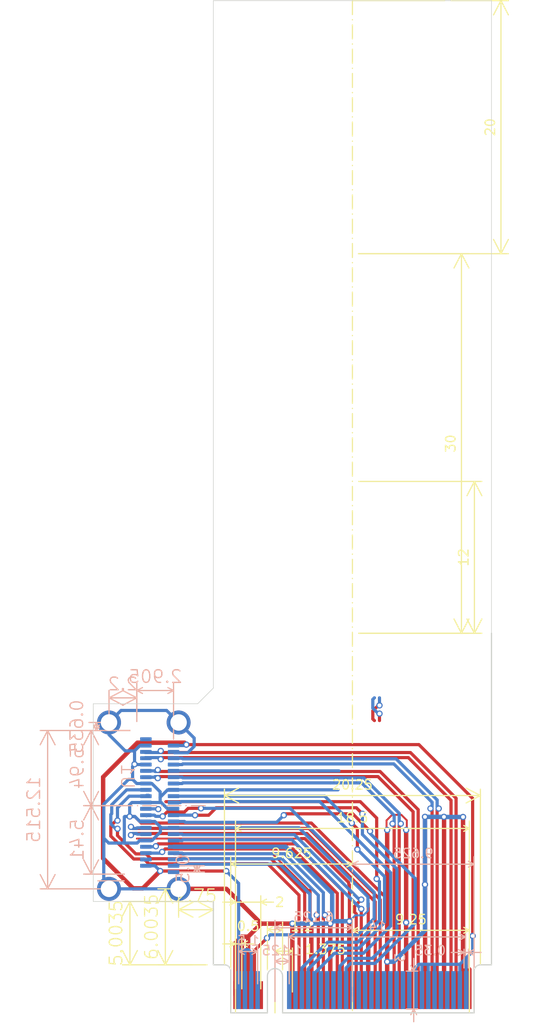
<source format=kicad_pcb>
(kicad_pcb (version 20241229) (generator "pcbnew") (generator_version "9.0")
  (layers (0 "F.Cu" mixed) (2 "B.Cu" mixed) (13 "F.Paste" user) (15 "B.Paste" user) (5 "F.SilkS" user "F.Silkscreen") (7 "B.SilkS" user "B.Silkscreen") (1 "F.Mask" user) (3 "B.Mask" user) (25 "Edge.Cuts" user))
  (net 0 "")
  (net 1 "Net-(U1-2W_SDA)")
  (net 3 "/GND")
  (net 5 "Net-(U1-2W_SCL)")
  (net 6 "/3V3")
  (net 7 "Net-(U1-CPRSNT{slash}CLKREQ)")
  (net 8 "Net-(U1-CWAKE{slash}PEWAKE)")
  (net 9 "Net-(U1-BP_Type{slash}PEDET)")
  (net 10 "/VCKP")
  (net 16 "Net-(U1-PERST)")
  (net 20 "/VCKN")
  (net 24 "/T2N")
  (net 25 "/T0P")
  (net 26 "/T0N")
  (net 27 "/T1P")
  (net 28 "/T3P")
  (net 30 "/T1N")
  (net 32 "/T2P")
  (net 33 "/T3N")
  (net 35 "/R2P")
  (net 36 "/R0N")
  (net 37 "/R0P")
  (net 38 "/R1N")
  (net 39 "/R1P")
  (net 41 "/R3N")
  (net 45 "/R3P")
  (net 46 "/R2N")
  (footprint "Kustom:M.2_M_KEY" (layer "F.Cu") (at 59.91 121.2)
    (property "Reference" "U2" (hide yes))
    (property "Value" "~" (hide yes))
    (fp_line (start -1.75 -2.39646) (end -1.75 -7.4) (stroke (width 0.1)) (layer "Edge.Cuts"))
    (fp_line (start -0.875 -2.39646) (end -1.75 -2.39646) (stroke (width 0.1)) (layer "Edge.Cuts"))
    (fp_line (start -0.375 1.4) (end -0.375 -1.892841) (stroke (width 0.1)) (layer "Edge.Cuts"))
    (fp_line (start 2.525 -1.5) (end 2.525 1.4) (stroke (width 0.1)) (layer "Edge.Cuts"))
    (fp_line (start 2.525 1.4) (end -0.375 1.4) (stroke (width 0.1)) (layer "Edge.Cuts"))
    (fp_line (start 3.725 -1.5) (end 3.725 1.4) (stroke (width 0.1)) (layer "Edge.Cuts"))
    (fp_line (start 18.875 1.4) (end 3.725 1.4) (stroke (width 0.1)) (layer "Edge.Cuts"))
    (fp_line (start 18.875 1.4) (end 18.875 -1.9) (stroke (width 0.1)) (layer "Edge.Cuts"))
    (fp_line (start 19.375 -2.39646) (end 20.25 -2.39646) (stroke (width 0.1)) (layer "Edge.Cuts"))
    (fp_line (start 20.25 -2.39646) (end 20.25 -28.6) (stroke (width 0.1)) (layer "Edge.Cuts"))
    (fp_arc (start -0.875 -2.39646) (mid -0.522696 -2.251263) (end -0.375 -1.9) (stroke (width 0.1)) (layer "Edge.Cuts"))
    (fp_arc (start 2.525 -1.5) (mid 3.125 -2.1) (end 3.725 -1.5) (stroke (width 0.1)) (layer "Edge.Cuts"))
    (fp_arc (start 18.875 -1.9) (mid 19.022696 -2.251263) (end 19.375 -2.39646) (stroke (width 0.1)) (layer "Edge.Cuts"))
  )
  (footprint "Kustom:LDN_2423_17CT0-7H Oculink SFF-8612" (layer "B.Cu") (at 52.82 110.975 90)
    (property "Reference" "U1")
    (property "Value" "~" (hide yes))
  )
  (gr_line (start 58.16 96.93) (end 56.92 98.17) (stroke (width 0.05)) (layer "Edge.Cuts"))
  (gr_line (start 80.16 42.6) (end 58.16 42.6) (stroke (width 0.05)) (layer "Edge.Cuts"))
  (gr_line (start 80.16 92.6) (end 80.16 42.6) (stroke (width 0.05)) (layer "Edge.Cuts"))
  (gr_line (start 58.16 42.6) (end 58.16 96.93) (stroke (width 0.05)) (layer "Edge.Cuts"))
  (gr_line (start 48.66 113.8) (end 48.66 98.17) (stroke (width 0.05)) (layer "Edge.Cuts"))
  (gr_line (start 58.16 113.8) (end 48.66 113.8) (stroke (width 0.05)) (layer "Edge.Cuts"))
  (gr_line (start 56.92 98.17) (end 48.66 98.17) (stroke (width 0.05)) (layer "Edge.Cuts"))
  (dimension (type orthogonal) (layer "F.SilkS") (pts (xy 55.41 112.8) (xy 58.16 118.80354)) (height 1.65) (orientation 0) (format (prefix "") (suffix "") (units 3) (units_format 0) (precision 4) (suppress_zeroes yes)) (style (thickness 0.1) (arrow_length 1.27) (text_position_mode 0) (arrow_direction outward) (extension_height 0.58642) (extension_offset 0.5) (keep_text_aligned yes)) (gr_text "2.75" (at 56.785 113.35 0) (layer "F.SilkS") (effects (font (size 1 1) (thickness 0.1)))))
  (dimension (type orthogonal) (layer "F.SilkS") (pts (xy 55.41 112.8) (xy 56.99 118.80354)) (height -1.05) (orientation 1) (format (prefix "") (suffix "") (units 3) (units_format 0) (precision 4) (suppress_zeroes yes)) (style (thickness 0.1) (arrow_length 1.27) (text_position_mode 0) (arrow_direction outward) (extension_height 0.58642) (extension_offset 0.5) (keep_text_aligned yes)) (gr_text "6.0035" (at 53.26 115.80177 90) (layer "F.SilkS") (effects (font (size 1 1) (thickness 0.1)))))
  (segment (start 71.206123 98.3) (end 70.774 98.732123) (width 0.25) (layer "F.Cu") (net 0))
  (segment (start 71.3 98.3) (end 71.206123 98.3) (width 0.25) (layer "F.Cu") (net 0))
  (segment (start 71.3 99.5) (end 71.3 98.95) (width 0.25) (layer "F.Cu") (net 0))
  (segment (start 70.774 98.732123) (end 70.774 99.375) (width 0.25) (layer "F.Cu") (net 0))
  (segment (start 70.774 99.375) (end 70.9 99.501) (width 0.25) (layer "F.Cu") (net 0))
  (via (at 71.3 98.95) (size 0.5) (drill 0.3) (layers "F.Cu" "B.Cu") (net 0))
  (via (at 71.3 98.3) (size 0.5) (drill 0.3) (layers "F.Cu" "B.Cu") (net 0))
  (segment (start 71.3 98.3) (end 71.3 97.7) (width 0.25) (layer "B.Cu") (net 0))
  (segment (start 71.3 98.3) (end 71.301 98.299) (width 0.25) (layer "B.Cu") (net 0))
  (segment (start 71.3 98.95) (end 71.206123 98.95) (width 0.25) (layer "B.Cu") (net 0))
  (segment (start 70.774 97.826) (end 70.9 97.7) (width 0.25) (layer "B.Cu") (net 0))
  (segment (start 70.774 98.517877) (end 70.774 97.826) (width 0.25) (layer "B.Cu") (net 0))
  (segment (start 71.206123 98.95) (end 70.774 98.517877) (width 0.25) (layer "B.Cu") (net 0))
  (segment (start 69.47 106.39) (end 58.379 106.39) (width 0.25) (layer "F.Cu") (net 1))
  (segment (start 57.789 106.98) (end 56.71 106.98) (width 0.25) (layer "F.Cu") (net 1))
  (segment (start 69.95 106.87) (end 69.47 106.39) (width 0.25) (layer "F.Cu") (net 1))
  (segment (start 58.379 106.39) (end 57.789 106.98) (width 0.25) (layer "F.Cu") (net 1))
  (via (at 56.71 106.98) (size 0.5) (drill 0.3) (layers "F.Cu" "B.Cu") (net 1))
  (via (at 69.95 106.87) (size 0.5) (drill 0.3) (layers "F.Cu" "B.Cu") (net 1))
  (segment (start 72.68 116.35) (end 70.738999 118.291001) (width 0.25) (layer "B.Cu") (net 1))
  (segment (start 56.345 106.975) (end 56.705 106.975) (width 0.25) (layer "B.Cu") (net 1))
  (segment (start 56.705 106.975) (end 56.71 106.98) (width 0.25) (layer "B.Cu") (net 1))
  (segment (start 69.95 106.87) (end 69.95 108.5) (width 0.25) (layer "B.Cu") (net 1))
  (segment (start 72.68 111.23) (end 72.68 116.35) (width 0.25) (layer "B.Cu") (net 1))
  (segment (start 68.781739 118.291001) (end 68.16 118.91274) (width 0.25) (layer "B.Cu") (net 1))
  (segment (start 69.95 108.5) (end 72.68 111.23) (width 0.25) (layer "B.Cu") (net 1))
  (segment (start 70.738999 118.291001) (end 68.781739 118.291001) (width 0.25) (layer "B.Cu") (net 1))
  (segment (start 68.16 118.91274) (end 68.16 120.8) (width 0.25) (layer "B.Cu") (net 1))
  (segment (start 56.345 106.975) (end 55.01 106.975) (width 0.25) (layer "B.Cu") (net 1))
  (segment (start 60.91 116.58) (end 61.94 115.55) (width 0.35) (layer "F.Cu") (net 3))
  (segment (start 55.048 110.068) (end 54.998 110.018) (width 0.15) (layer "F.Cu") (net 3))
  (segment (start 68.87 112.302786) (end 65.393214 108.826) (width 0.25) (layer "F.Cu") (net 3))
  (segment (start 65.09 108.826) (end 52.108598 108.826) (width 0.15) (layer "F.Cu") (net 3))
  (segment (start 74.91 112.47) (end 74.9 112.46) (width 0.35) (layer "F.Cu") (net 3))
  (segment (start 70.41 121.2) (end 70.41 116.247539) (width 0.35) (layer "F.Cu") (net 3))
  (segment (start 65.81 115.43) (end 65.81 113.02) (width 0.25) (layer "F.Cu") (net 3))
  (segment (start 62.861775 110.068) (end 55.048 110.068) (width 0.15) (layer "F.Cu") (net 3))
  (segment (start 78.41 119.17) (end 77.91 118.67) (width 0.35) (layer "F.Cu") (net 3))
  (segment (start 71.91 108.15) (end 71.91 113.27) (width 0.35) (layer "F.Cu") (net 3))
  (segment (start 52.46 107.6) (end 51.94 107.08) (width 0.25) (layer "F.Cu") (net 3))
  (segment (start 65.91 115.55) (end 65.92 115.54) (width 0.35) (layer "F.Cu") (net 3))
  (segment (start 71.58 113.27) (end 65.91 107.6) (width 0.25) (layer "F.Cu") (net 3))
  (segment (start 73.461 108.099) (end 73.41 108.15) (width 0.15) (layer "F.Cu") (net 3))
  (segment (start 59.91 117.08) (end 60.41 116.58) (width 0.35) (layer "F.Cu") (net 3))
  (segment (start 68.92 115.36) (end 68.92 112.48) (width 0.25) (layer "F.Cu") (net 3))
  (segment (start 65.393214 108.826) (end 65.09 108.826) (width 0.25) (layer "F.Cu") (net 3))
  (segment (start 61.94 115.55) (end 64.41 115.55) (width 0.35) (layer "F.Cu") (net 3))
  (segment (start 71.91 118.56) (end 71.91 117.03) (width 0.35) (layer "F.Cu") (net 3))
  (segment (start 74.9 107.11) (end 74.9 112.46) (width 0.35) (layer "F.Cu") (net 3))
  (segment (start 73.41 108.15) (end 73.41 115.46) (width 0.35) (layer "F.Cu") (net 3))
  (segment (start 73.03 106.95) (end 73.461 107.381) (width 0.15) (layer "F.Cu") (net 3))
  (segment (start 65.786 112.996) (end 65.786 112.921513) (width 0.25) (layer "F.Cu") (net 3))
  (segment (start 77.91 121.2) (end 77.91 118.67) (width 0.35) (layer "F.Cu") (net 3))
  (segment (start 73.41 121.2) (end 73.41 115.46) (width 0.35) (layer "F.Cu") (net 3))
  (segment (start 71.91 108.15) (end 71.859 108.099) (width 0.15) (layer "F.Cu") (net 3))
  (segment (start 73.461 107.381) (end 73.461 108.099) (width 0.15) (layer "F.Cu") (net 3))
  (segment (start 65.786 112.921513) (end 65.715288 112.921513) (width 0.15) (layer "F.Cu") (net 3))
  (segment (start 70.41 116.247539) (end 70.41 113.94) (width 0.25) (layer "F.Cu") (net 3))
  (segment (start 78.41 121.2) (end 78.41 119.17) (width 0.35) (layer "F.Cu") (net 3))
  (segment (start 71.91 121.2) (end 71.91 118.56) (width 0.35) (layer "F.Cu") (net 3))
  (segment (start 76.41 107.12) (end 76.4 107.11) (width 0.35) (layer "F.Cu") (net 3))
  (segment (start 77.91 118.67) (end 77.91 107.12) (width 0.35) (layer "F.Cu") (net 3))
  (segment (start 65.91 107.6) (end 52.46 107.6) (width 0.25) (layer "F.Cu") (net 3))
  (segment (start 60.91 121.2) (end 60.91 116.58) (width 0.35) (layer "F.Cu") (net 3))
  (segment (start 60.41 116.58) (end 60.91 116.58) (width 0.35) (layer "F.Cu") (net 3))
  (segment (start 65.91 121.2) (end 65.91 115.55) (width 0.35) (layer "F.Cu") (net 3))
  (segment (start 55.41 112.8) (end 59.19 112.8) (width 0.35) (layer "F.Cu") (net 3))
  (segment (start 68.91 121.2) (end 68.91 115.37) (width 0.35) (layer "F.Cu") (net 3))
  (segment (start 65.81 113.02) (end 65.786 112.996) (width 0.25) (layer "F.Cu") (net 3))
  (segment (start 71.859 107.391) (end 72.3 106.95) (width 0.15) (layer "F.Cu") (net 3))
  (segment (start 71.859 108.099) (end 71.859 107.391) (width 0.15) (layer "F.Cu") (net 3))
  (segment (start 59.19 112.8) (end 61.94 115.55) (width 0.35) (layer "F.Cu") (net 3))
  (segment (start 51.94 107.08) (end 51.54 107.08) (width 0.25) (layer "F.Cu") (net 3))
  (segment (start 76.41 121.2) (end 76.41 107.12) (width 0.35) (layer "F.Cu") (net 3))
  (segment (start 67.41 115.54) (end 67.41 121.2) (width 0.35) (layer "F.Cu") (net 3))
  (segment (start 68.92 112.48) (end 68.87 112.43) (width 0.25) (layer "F.Cu") (net 3))
  (segment (start 71.91 113.27) (end 71.58 113.27) (width 0.25) (layer "F.Cu") (net 3))
  (segment (start 60.41 121.2) (end 60.41 116.58) (width 0.35) (layer "F.Cu") (net 3))
  (segment (start 74.91 121.2) (end 74.91 112.47) (width 0.35) (layer "F.Cu") (net 3))
  (segment (start 65.92 115.54) (end 65.81 115.43) (width 0.25) (layer "F.Cu") (net 3))
  (segment (start 72.3 106.95) (end 73.03 106.95) (width 0.15) (layer "F.Cu") (net 3))
  (segment (start 65.715288 112.921513) (end 62.861775 110.068) (width 0.15) (layer "F.Cu") (net 3))
  (segment (start 64.41 121.2) (end 64.41 115.55) (width 0.35) (layer "F.Cu") (net 3))
  (segment (start 59.91 121.2) (end 59.91 117.08) (width 0.35) (layer "F.Cu") (net 3))
  (segment (start 68.87 112.43) (end 68.87 112.302786) (width 0.25) (layer "F.Cu") (net 3))
  (segment (start 68.91 115.37) (end 68.92 115.36) (width 0.35) (layer "F.Cu") (net 3))
  (segment (start 71.91 113.27) (end 71.91 117.03) (width 0.35) (layer "F.Cu") (net 3))
  (via (at 64.41 115.55) (size 0.5) (drill 0.3) (layers "F.Cu" "B.Cu") (net 3))
  (via (at 68.92 115.36) (size 0.5) (drill 0.3) (layers "F.Cu" "B.Cu") (net 3))
  (via (at 74.9 112.46) (size 0.5) (drill 0.3) (layers "F.Cu" "B.Cu") (net 3))
  (via (at 73.41 108.15) (size 0.5) (drill 0.3) (layers "F.Cu" "B.Cu") (net 3))
  (via (at 76.4 107.11) (size 0.5) (drill 0.3) (layers "F.Cu" "B.Cu") (net 3))
  (via (at 65.92 115.54) (size 0.5) (drill 0.3) (layers "F.Cu" "B.Cu") (net 3))
  (via (at 71.91 118.56) (size 0.5) (drill 0.3) (layers "F.Cu" "B.Cu") (net 3))
  (via (at 51.54 107.08) (size 0.5) (drill 0.3) (layers "F.Cu" "B.Cu") (net 3))
  (via (at 71.91 108.15) (size 0.5) (drill 0.3) (layers "F.Cu" "B.Cu") (net 3))
  (via (at 67.41 115.54) (size 0.5) (drill 0.3) (layers "F.Cu" "B.Cu") (net 3))
  (via (at 73.41 115.46) (size 0.5) (drill 0.3) (layers "F.Cu" "B.Cu") (net 3))
  (via (at 74.9 107.11) (size 0.5) (drill 0.3) (layers "F.Cu" "B.Cu") (net 3))
  (via (at 77.91 107.12) (size 0.5) (drill 0.3) (layers "F.Cu" "B.Cu") (net 3))
  (via (at 51.925 102.95) (size 0.5) (drill 0.3) (layers "F.Cu" "B.Cu") (net 3))
  (segment (start 64.928877 107.975) (end 70.39 113.436123) (width 0.25) (layer "B.Cu") (net 3))
  (segment (start 52.345626 101.475) (end 52.82 101.475) (width 0.25) (layer "B.Cu") (net 3))
  (segment (start 51.51 106.18) (end 51.54 106.21) (width 0.25) (layer "B.Cu") (net 3))
  (segment (start 49.49 108.79) (end 49.88 109.18) (width 0.25) (layer "B.Cu") (net 3))
  (segment (start 72.42 118.56) (end 72.519 118.461) (width 0.35) (layer "B.Cu") (net 3))
  (segment (start 72.52681 118.461) (end 74.811 116.17681) (width 0.35) (layer "B.Cu") (net 3))
  (segment (start 51.77 104.15) (end 51.45 104.15) (width 0.25) (layer "B.Cu") (net 3))
  (segment (start 51.54 107.08) (end 51.950626 107.08) (width 0.25) (layer "B.Cu") (net 3))
  (segment (start 56.64 100.88) (end 55.41 99.65) (width 0.25) (layer "B.Cu") (net 3))
  (segment (start 52.345626 107.475) (end 52.82 107.475) (width 0.25) (layer "B.Cu") (net 3))
  (segment (start 55.01 106.475) (end 54.535626 106.475) (width 0.25) (layer "B.Cu") (net 3))
  (segment (start 55.01 104.975) (end 54.535626 104.975) (width 0.25) (layer "B.Cu") (net 3))
  (segment (start 51.77 104.15) (end 52.095 104.475) (width 0.25) (layer "B.Cu") (net 3))
  (segment (start 70.39 114.533166) (end 70.027166 114.896) (width 0.15) (layer "B.Cu") (net 3))
  (segment (start 54.535626 106.475) (end 54.035626 105.975) (width 0.25) (layer "B.Cu") (net 3))
  (segment (start 51.925 101.895626) (end 51.185626 101.895626) (width 0.25) (layer "B.Cu") (net 3))
  (segment (start 63.88281 109.475) (end 67.561 113.15319) (width 0.35) (layer "B.Cu") (net 3))
  (segment (start 55.01 103.475) (end 68.092937 103.475) (width 0.25) (layer "B.Cu") (net 3))
  (segment (start 65.79 113.22) (end 65.79 115.068877) (width 0.25) (layer "B.Cu") (net 3))
  (segment (start 55.01 109.475) (end 63.88281 109.475) (width 0.35) (layer "B.Cu") (net 3))
  (segment (start 51.950626 107.08) (end 52.345626 107.475) (width 0.25) (layer "B.Cu") (net 3))
  (segment (start 74.811 116.169) (end 74.9 116.08) (width 0.35) (layer "B.Cu") (net 3))
  (segment (start 49.905 112.8) (end 55.41 112.8) (width 0.25) (layer "B.Cu") (net 3))
  (segment (start 53.970313 107.909687) (end 54.035626 107.975) (width 0.25) (layer "B.Cu") (net 3))
  (segment (start 49.49 112.385) (end 49.49 108.79) (width 0.25) (layer "B.Cu") (net 3))
  (segment (start 55.876601 110.906) (end 55.932601 110.85) (width 0.25) (layer "B.Cu") (net 3))
  (segment (start 51.925 102.95) (end 51.925 101.895626) (width 0.25) (layer "B.Cu") (net 3))
  (segment (start 51.925 102.975) (end 51.77 103.13) (width 0.25) (layer "B.Cu") (net 3))
  (segment (start 49.905 100.615) (end 49.905 99.65) (width 0.25) (layer "B.Cu") (net 3))
  (segment (start 65.92 115.198877) (end 65.92 115.54) (width 0.25) (layer "B.Cu") (net 3))
  (segment (start 52.82 104.475) (end 53.294374 104.475) (width 0.25) (layer "B.Cu") (net 3))
  (segment (start 53.294374 104.475) (end 53.95 105.130626) (width 0.25) (layer "B.Cu") (net 3))
  (segment (start 54.035626 105.975) (end 53.95 105.975) (width 0.25) (layer "B.Cu") (net 3))
  (segment (start 51.54 106.21) (end 51.54 107.08) (width 0.25) (layer "B.Cu") (net 3))
  (segment (start 56.136 102.044) (end 56.64 101.54) (width 0.25) (layer "B.Cu") (net 3))
  (segment (start 67.561 113.15319) (end 67.561 115.389) (width 0.35) (layer "B.Cu") (net 3))
  (segment (start 69.384 114.896) (end 68.92 115.36) (width 0.15) (layer "B.Cu") (net 3))
  (segment (start 71.91 118.56) (end 72.42 118.56) (width 0.35) (layer "B.Cu") (net 3))
  (segment (start 55.079 110.906) (end 55.876601 110.906) (width 0.25) (layer "B.Cu") (net 3))
  (segment (start 74.9 116.08) (end 74.9 107.11) (width 0.35) (layer "B.Cu") (net 3))
  (segment (start 53.970313 108.309687) (end 53.970313 107.909687) (width 0.25) (layer "B.Cu") (net 3))
  (segment (start 52.82 107.475) (end 53.535626 107.475) (width 0.25) (layer "B.Cu") (net 3))
  (segment (start 52.82 102.975) (end 51.925 102.975) (width 0.25) (layer "B.Cu") (net 3))
  (segment (start 51.185626 101.895626) (end 49.905 100.615) (width 0.25) (layer "B.Cu") (net 3))
  (segment (start 76.41 107.12) (end 76.4 107.11) (width 0.35) (layer "B.Cu") (net 3))
  (segment (start 77.91 107.12) (end 76.41 107.12) (width 0.35) (layer "B.Cu") (net 3))
  (segment (start 49.88 109.18) (end 51.099442 109.18) (width 0.25) (layer "B.Cu") (net 3))
  (segment (start 49.905 112.8) (end 49.49 112.385) (width 0.25) (layer "B.Cu") (net 3))
  (segment (start 53.95 105.560626) (end 53.95 105.975) (width 0.25) (layer "B.Cu") (net 3))
  (segment (start 55.01 110.975) (end 55.079 110.906) (width 0.25) (layer "B.Cu") (net 3))
  (segment (start 70.39 114.2) (end 70.39 114.533166) (width 0.15) (layer "B.Cu") (net 3))
  (segment (start 63.42 110.85) (end 65.79 113.22) (width 0.25) (layer "B.Cu") (net 3))
  (segment (start 55.01 101.975) (end 55.079 102.044) (width 0.25) (layer "B.Cu") (net 3))
  (segment (start 72.519 118.461) (end 72.52681 118.461) (width 0.35) (layer "B.Cu") (net 3))
  (segment (start 65.92 115.54) (end 67.41 115.54) (width 0.35) (layer "B.Cu") (net 3))
  (segment (start 51.114721 109.164721) (end 51.114721 107.115279) (width 0.25) (layer "B.Cu") (net 3))
  (segment (start 51.925 102.975) (end 51.925 102.95) (width 0.25) (layer "B.Cu") (net 3))
  (segment (start 51.77 103.13) (end 51.77 104.15) (width 0.25) (layer "B.Cu") (net 3))
  (segment (start 51.45 104.15) (end 49.49 106.11) (width 0.25) (layer "B.Cu") (net 3))
  (segment (start 49.905 99.65) (end 50.854999 98.700001) (width 0.25) (layer "B.Cu") (net 3))
  (segment (start 74.811 116.17681) (end 74.811 116.169) (width 0.35) (layer "B.Cu") (net 3))
  (segment (start 51.114721 107.115279) (end 51.15 107.08) (width 0.25) (layer "B.Cu") (net 3))
  (segment (start 74.9 107.11) (end 76.4 107.11) (width 0.35) (layer "B.Cu") (net 3))
  (segment (start 52.82 108.975) (end 53.305 108.975) (width 0.25) (layer "B.Cu") (net 3))
  (segment (start 51.15 107.08) (end 51.54 107.08) (width 0.25) (layer "B.Cu") (net 3))
  (segment (start 52.13 109.18) (end 51.13 109.18) (width 0.25) (layer "B.Cu") (net 3))
  (segment (start 51.13 109.18) (end 51.114721 109.164721) (width 0.25) (layer "B.Cu") (net 3))
  (segment (start 65.91 115.55) (end 65.92 115.54) (width 0.35) (layer "B.Cu") (net 3))
  (segment (start 70.027166 114.896) (end 69.384 114.896) (width 0.15) (layer "B.Cu") (net 3))
  (segment (start 53.305 108.975) (end 53.970313 108.309687) (width 0.25) (layer "B.Cu") (net 3))
  (segment (start 53.95 105.975) (end 52.82 105.975) (width 0.25) (layer "B.Cu") (net 3))
  (segment (start 52.82 105.975) (end 51.715 105.975) (width 0.25) (layer "B.Cu") (net 3))
  (segment (start 53.95 105.130626) (end 53.95 105.560626) (width 0.25) (layer "B.Cu") (net 3))
  (segment (start 67.561 115.389) (end 67.41 115.54) (width 0.35) (layer "B.Cu") (net 3))
  (segment (start 51.925 101.895626) (end 52.345626 101.475) (width 0.25) (layer "B.Cu") (net 3))
  (segment (start 67.59 115.36) (end 67.561 115.389) (width 0.35) (layer "B.Cu") (net 3))
  (segment (start 56.64 101.54) (end 56.64 100.88) (width 0.25) (layer "B.Cu") (net 3))
  (segment (start 55.932601 110.85) (end 63.42 110.85) (width 0.25) (layer "B.Cu") (net 3))
  (segment (start 52.82 108.975) (end 52.335 108.975) (width 0.25) (layer "B.Cu") (net 3))
  (segment (start 70.39 113.436123) (end 70.39 114.2) (width 0.25) (layer "B.Cu") (net 3))
  (segment (start 53.535626 107.475) (end 53.970313 107.909687) (width 0.25) (layer "B.Cu") (net 3))
  (segment (start 52.095 104.475) (end 52.82 104.475) (width 0.25) (layer "B.Cu") (net 3))
  (segment (start 52.335 108.975) (end 52.13 109.18) (width 0.25) (layer "B.Cu") (net 3))
  (segment (start 55.01 107.975) (end 64.928877 107.975) (width 0.25) (layer "B.Cu") (net 3))
  (segment (start 68.92 115.36) (end 67.59 115.36) (width 0.35) (layer "B.Cu") (net 3))
  (segment (start 50.854999 98.700001) (end 54.460001 98.700001) (width 0.25) (layer "B.Cu") (net 3))
  (segment (start 68.02 104.975) (end 55.01 104.975) (width 0.25) (layer "B.Cu") (net 3))
  (segment (start 54.460001 98.700001) (end 55.41 99.65) (width 0.25) (layer "B.Cu") (net 3))
  (segment (start 51.099442 109.18) (end 51.114721 109.164721) (width 0.25) (layer "B.Cu") (net 3))
  (segment (start 54.535626 104.975) (end 53.95 105.560626) (width 0.25) (layer "B.Cu") (net 3))
  (segment (start 49.49 106.11) (end 49.49 108.79) (width 0.25) (layer "B.Cu") (net 3))
  (segment (start 54.035626 107.975) (end 55.01 107.975) (width 0.25) (layer "B.Cu") (net 3))
  (segment (start 65.79 115.068877) (end 65.92 115.198877) (width 0.25) (layer "B.Cu") (net 3))
  (segment (start 64.41 115.55) (end 65.91 115.55) (width 0.35) (layer "B.Cu") (net 3))
  (segment (start 55.079 102.044) (end 56.136 102.044) (width 0.25) (layer "B.Cu") (net 3))
  (segment (start 51.715 105.975) (end 51.51 106.18) (width 0.25) (layer "B.Cu") (net 3))
  (segment (start 63.84 106.87) (end 69.185 106.87) (width 0.25) (layer "F.Cu") (net 5))
  (segment (start 63.73 106.98) (end 63.84 106.87) (width 0.25) (layer "F.Cu") (net 5))
  (segment (start 69.185 106.87) (end 70.555 108.24) (width 0.25) (layer "F.Cu") (net 5))
  (via (at 70.555 108.24) (size 0.5) (drill 0.3) (layers "F.Cu" "B.Cu") (net 5))
  (via (at 63.73 106.98) (size 0.5) (drill 0.3) (layers "F.Cu" "B.Cu") (net 5))
  (segment (start 63.73 106.98) (end 63.17 107.54) (width 0.25) (layer "B.Cu") (net 5))
  (segment (start 74.13 115.51) (end 70.947999 118.692001) (width 0.25) (layer "B.Cu") (net 5))
  (segment (start 68.66 119.05) (end 68.66 120.8) (width 0.25) (layer "B.Cu") (net 5))
  (segment (start 74.13 111.99) (end 74.13 115.51) (width 0.25) (layer "B.Cu") (net 5))
  (segment (start 70.947999 118.692001) (end 69.017999 118.692001) (width 0.25) (layer "B.Cu") (net 5))
  (segment (start 70.555 108.24) (end 70.555 108.415) (width 0.25) (layer "B.Cu") (net 5))
  (segment (start 69.017999 118.692001) (end 68.66 119.05) (width 0.25) (layer "B.Cu") (net 5))
  (segment (start 70.555 108.415) (end 74.13 111.99) (width 0.25) (layer "B.Cu") (net 5))
  (segment (start 55.875 107.475) (end 55.01 107.475) (width 0.25) (layer "B.Cu") (net 5))
  (segment (start 63.17 107.54) (end 55.94 107.54) (width 0.25) (layer "B.Cu") (net 5))
  (segment (start 55.94 107.54) (end 55.875 107.475) (width 0.25) (layer "B.Cu") (net 5))
  (segment (start 53.95 111.39) (end 52.58 112.76) (width 0.35) (layer "F.Cu") (net 6))
  (segment (start 74.42 101.4) (end 56.02 101.4) (width 0.25) (layer "F.Cu") (net 6))
  (segment (start 49.44 110.39) (end 49.44 103.96) (width 0.35) (layer "F.Cu") (net 6))
  (segment (start 51.81 112.76) (end 49.44 110.39) (width 0.35) (layer "F.Cu") (net 6))
  (segment (start 78.67 116.52) (end 78.67 105.65) (width 0.25) (layer "F.Cu") (net 6))
  (segment (start 49.44 103.96) (end 52.15 101.25) (width 0.35) (layer "F.Cu") (net 6))
  (segment (start 59.18 111.39) (end 53.95 111.39) (width 0.25) (layer "F.Cu") (net 6))
  (segment (start 55.87 101.25) (end 56.02 101.4) (width 0.35) (layer "F.Cu") (net 6))
  (segment (start 78.67 105.65) (end 74.42 101.4) (width 0.25) (layer "F.Cu") (net 6))
  (segment (start 52.58 112.76) (end 51.81 112.76) (width 0.35) (layer "F.Cu") (net 6))
  (segment (start 52.15 101.25) (end 55.87 101.25) (width 0.35) (layer "F.Cu") (net 6))
  (via (at 59.18 111.39) (size 0.5) (drill 0.3) (layers "F.Cu" "B.Cu") (net 6))
  (via (at 56.02 101.4) (size 0.5) (drill 0.3) (layers "F.Cu" "B.Cu") (net 6))
  (via (at 53.95 111.39) (size 0.5) (drill 0.3) (layers "F.Cu" "B.Cu") (net 6))
  (via (at 78.67 116.52) (size 0.5) (drill 0.3) (layers "F.Cu" "B.Cu") (net 6))
  (segment (start 60.66 117.61) (end 60.16 117.61) (width 0.25) (layer "B.Cu") (net 6))
  (segment (start 75.16 120.8) (end 75.16 118.76) (width 0.25) (layer "B.Cu") (net 6))
  (segment (start 74.16 119.01) (end 74.16 120.8) (width 0.25) (layer "B.Cu") (net 6))
  (segment (start 75.66 118.76) (end 75.16 118.76) (width 0.25) (layer "B.Cu") (net 6))
  (segment (start 55.945 101.475) (end 56.02 101.4) (width 0.25) (layer "B.Cu") (net 6))
  (segment (start 61.16 120.8) (end 61.16 117.85) (width 0.25) (layer "B.Cu") (net 6))
  (segment (start 55.01 101.475) (end 55.945 101.475) (width 0.25) (layer "B.Cu") (net 6))
  (segment (start 78.16 118.26) (end 78.16 120.8) (width 0.25) (layer "B.Cu") (net 6))
  (segment (start 78.325 118.095) (end 78.16 118.26) (width 0.25) (layer "B.Cu") (net 6))
  (segment (start 60.16 112.37) (end 60.16 117.61) (width 0.25) (layer "B.Cu") (net 6))
  (segment (start 75.66 118.76) (end 75.95 118.76) (width 0.25) (layer "B.Cu") (net 6))
  (segment (start 74.66 120.8) (end 74.66 118.76) (width 0.25) (layer "B.Cu") (net 6))
  (segment (start 60.16 120.8) (end 60.16 117.61) (width 0.25) (layer "B.Cu") (net 6))
  (segment (start 53.535 110.975) (end 52.82 110.975) (width 0.25) (layer "B.Cu") (net 6))
  (segment (start 75.95 118.76) (end 77.66 118.76) (width 0.25) (layer "B.Cu") (net 6))
  (segment (start 75.66 120.8) (end 75.66 118.76) (width 0.25) (layer "B.Cu") (net 6))
  (segment (start 75.16 118.76) (end 74.66 118.76) (width 0.25) (layer "B.Cu") (net 6))
  (segment (start 53.95 111.39) (end 53.535 110.975) (width 0.25) (layer "B.Cu") (net 6))
  (segment (start 78.67 116.52) (end 78.67 117.75) (width 0.25) (layer "B.Cu") (net 6))
  (segment (start 77.66 118.76) (end 78.325 118.095) (width 0.25) (layer "B.Cu") (net 6))
  (segment (start 78.67 117.75) (end 78.325 118.095) (width 0.25) (layer "B.Cu") (net 6))
  (segment (start 59.18 111.39) (end 60.16 112.37) (width 0.25) (layer "B.Cu") (net 6))
  (segment (start 74.41 118.76) (end 74.16 119.01) (width 0.25) (layer "B.Cu") (net 6))
  (segment (start 77.66 120.8) (end 77.66 118.76) (width 0.25) (layer "B.Cu") (net 6))
  (segment (start 60.66 120.8) (end 60.66 117.61) (width 0.25) (layer "B.Cu") (net 6))
  (segment (start 60.92 117.61) (end 60.66 117.61) (width 0.25) (layer "B.Cu") (net 6))
  (segment (start 74.66 118.76) (end 74.41 118.76) (width 0.25) (layer "B.Cu") (net 6))
  (segment (start 61.16 117.85) (end 60.92 117.61) (width 0.25) (layer "B.Cu") (net 6))
  (segment (start 69.551232 108.051232) (end 69.551232 109.681232) (width 0.25) (layer "F.Cu") (net 7))
  (segment (start 69.11 107.61) (end 69.551232 108.051232) (width 0.25) (layer "F.Cu") (net 7))
  (via (at 69.11 107.61) (size 0.5) (drill 0.3) (layers "F.Cu" "B.Cu") (net 7))
  (via (at 69.551232 109.681232) (size 0.5) (drill 0.3) (layers "F.Cu" "B.Cu") (net 7))
  (segment (start 66.975 105.475) (end 55.01 105.475) (width 0.25) (layer "B.Cu") (net 7))
  (segment (start 65.709 119.0681) (end 65.709 119.102371) (width 0.25) (layer "B.Cu") (net 7))
  (segment (start 65.787371 119.024) (end 65.7531 119.024) (width 0.25) (layer "B.Cu") (net 7))
  (segment (start 71.7 115.46) (end 69.670999 117.489001) (width 0.25) (layer "B.Cu") (net 7))
  (segment (start 67.578899 117.489001) (end 67.5779 117.49) (width 0.25) (layer "B.Cu") (net 7))
  (segment (start 65.66 119.151371) (end 65.66 120.8) (width 0.25) (layer "B.Cu") (net 7))
  (segment (start 67.5779 117.49) (end 67.321372 117.49) (width 0.25) (layer "B.Cu") (net 7))
  (segment (start 69.670999 117.489001) (end 67.578899 117.489001) (width 0.25) (layer "B.Cu") (net 7))
  (segment (start 69.11 107.61) (end 66.975 105.475) (width 0.25) (layer "B.Cu") (net 7))
  (segment (start 65.709 119.102371) (end 65.66 119.151371) (width 0.25) (layer "B.Cu") (net 7))
  (segment (start 69.551232 109.681232) (end 71.7 111.83) (width 0.25) (layer "B.Cu") (net 7))
  (segment (start 67.321372 117.49) (end 65.787371 119.024) (width 0.25) (layer "B.Cu") (net 7))
  (segment (start 65.7531 119.024) (end 65.709 119.0681) (width 0.25) (layer "B.Cu") (net 7))
  (segment (start 71.7 111.83) (end 71.7 115.46) (width 0.25) (layer "B.Cu") (net 7))
  (segment (start 69.783823 105.91) (end 71.08 107.206177) (width 0.25) (layer "F.Cu") (net 8))
  (segment (start 71.08 107.206177) (end 71.08 112.01) (width 0.25) (layer "F.Cu") (net 8))
  (segment (start 54.403785 105.91) (end 69.783823 105.91) (width 0.25) (layer "F.Cu") (net 8))
  (via (at 53.8 106.5) (size 0.5) (drill 0.3) (layers "F.Cu" "B.Cu") (net 8))
  (via (at 71.08 112.01) (size 0.5) (drill 0.3) (layers "F.Cu" "B.Cu") (net 8))
  (segment (start 71.08 112.01) (end 71.299 112.229) (width 0.25) (layer "B.Cu") (net 8))
  (segment (start 69.5729 117.02) (end 67.19 117.02) (width 0.25) (layer "B.Cu") (net 8))
  (segment (start 52.82 106.475) (end 53.775 106.475) (width 0.25) (layer "B.Cu") (net 8))
  (segment (start 65.16 119.05) (end 65.16 120.8) (width 0.25) (layer "B.Cu") (net 8))
  (segment (start 71.299 115.2939) (end 69.5729 117.02) (width 0.25) (layer "B.Cu") (net 8))
  (segment (start 71.299 112.229) (end 71.299 115.2939) (width 0.25) (layer "B.Cu") (net 8))
  (segment (start 67.19 117.02) (end 65.16 119.05) (width 0.25) (layer "B.Cu") (net 8))
  (segment (start 53.775 106.475) (end 53.8 106.5) (width 0.25) (layer "B.Cu") (net 8))
  (segment (start 54.15 107.07) (end 54.494 106.726) (width 0.25) (layer "F.Cu") (net 9))
  (segment (start 54.494 106.726) (end 55.877 106.726) (width 0.25) (layer "F.Cu") (net 9))
  (segment (start 55.877 106.726) (end 56.168 106.435) (width 0.25) (layer "F.Cu") (net 9))
  (segment (start 62.4 116.69) (end 61.41 117.68) (width 0.25) (layer "F.Cu") (net 9))
  (segment (start 56.168 106.435) (end 57.18 106.435) (width 0.25) (layer "F.Cu") (net 9))
  (segment (start 61.41 117.68) (end 61.41 121.2) (width 0.25) (layer "F.Cu") (net 9))
  (via (at 57.18 106.435) (size 0.5) (drill 0.3) (layers "F.Cu" "B.Cu") (net 9))
  (via (at 54.15 107.07) (size 0.5) (drill 0.3) (layers "F.Cu" "B.Cu") (net 9))
  (via (at 62.4 116.69) (size 0.5) (drill 0.3) (layers "F.Cu" "B.Cu") (net 9))
  (segment (start 52.82 106.975) (end 53.495 106.975) (width 0.25) (layer "B.Cu") (net 9))
  (segment (start 69.5958 116.43) (end 62.66 116.43) (width 0.25) (layer "B.Cu") (net 9))
  (segment (start 57.18 106.435) (end 64.235 106.435) (width 0.25) (layer "B.Cu") (net 9))
  (segment (start 53.495 106.975) (end 53.59 107.07) (width 0.25) (layer "B.Cu") (net 9))
  (segment (start 70.88 115.1458) (end 69.5958 116.43) (width 0.25) (layer "B.Cu") (net 9))
  (segment (start 52.871 107.026) (end 52.82 106.975) (width 0.25) (layer "B.Cu") (net 9))
  (segment (start 70.88 113.08) (end 70.88 115.1458) (width 0.25) (layer "B.Cu") (net 9))
  (segment (start 62.66 116.43) (end 62.4 116.69) (width 0.25) (layer "B.Cu") (net 9))
  (segment (start 53.59 107.07) (end 54.15 107.07) (width 0.25) (layer "B.Cu") (net 9))
  (segment (start 64.235 106.435) (end 70.88 113.08) (width 0.25) (layer "B.Cu") (net 9))
  (segment (start 53.05 110.82) (end 52.67 110.44) (width 0.25) (layer "F.Cu") (net 10))
  (segment (start 50.47 107.4) (end 50.575 107.4) (width 0.25) (layer "F.Cu") (net 10))
  (segment (start 64.91 121.2) (end 64.91 119.549999) (width 0.25) (layer "F.Cu") (net 10))
  (segment (start 64.935 113.295) (end 62.46 110.82) (width 0.25) (layer "F.Cu") (net 10))
  (segment (start 64.91 119.549999) (end 64.935 119.524999) (width 0.25) (layer "F.Cu") (net 10))
  (segment (start 52.67 110.44) (end 51.86 110.44) (width 0.25) (layer "F.Cu") (net 10))
  (segment (start 62.46 110.82) (end 53.05 110.82) (width 0.25) (layer "F.Cu") (net 10))
  (segment (start 50.049 107.821) (end 50.47 107.4) (width 0.25) (layer "F.Cu") (net 10))
  (segment (start 51.86 110.44) (end 50.049 108.629) (width 0.25) (layer "F.Cu") (net 10))
  (segment (start 50.049 108.629) (end 50.049 107.821) (width 0.25) (layer "F.Cu") (net 10))
  (segment (start 64.935 119.524999) (end 64.935 113.295) (width 0.25) (layer "F.Cu") (net 10))
  (via (at 50.575 107.4) (size 0.5) (drill 0.3) (layers "F.Cu" "B.Cu") (net 10))
  (segment (start 52.889 105.406) (end 53.04 105.406) (width 0.25) (layer "B.Cu") (net 10))
  (segment (start 50.575 106.395) (end 51.495 105.475) (width 0.25) (layer "B.Cu") (net 10))
  (segment (start 50.575 107.4) (end 50.575 106.395) (width 0.25) (layer "B.Cu") (net 10))
  (segment (start 51.495 105.475) (end 52.82 105.475) (width 0.25) (layer "B.Cu") (net 10))
  (segment (start 50.575 107.4) (end 50.576 107.399) (width 0.25) (layer "B.Cu") (net 10))
  (segment (start 52.82 105.475) (end 52.844999 105.450001) (width 0.25) (layer "B.Cu") (net 10))
  (segment (start 52.82 105.475) (end 52.889 105.406) (width 0.25) (layer "B.Cu") (net 10))
  (segment (start 72.18 111.515) (end 72.18 115.740977) (width 0.25) (layer "B.Cu") (net 16))
  (segment (start 72.18 115.740977) (end 70.030976 117.890001) (width 0.25) (layer "B.Cu") (net 16))
  (segment (start 67.744999 117.890001) (end 66.16 119.475) (width 0.25) (layer "B.Cu") (net 16))
  (segment (start 66.565 105.9) (end 72.18 111.515) (width 0.25) (layer "B.Cu") (net 16))
  (segment (start 70.030976 117.890001) (end 67.744999 117.890001) (width 0.25) (layer "B.Cu") (net 16))
  (segment (start 55.626474 105.9) (end 66.565 105.9) (width 0.25) (layer "B.Cu") (net 16))
  (segment (start 55.01 105.975) (end 55.551474 105.975) (width 0.25) (layer "B.Cu") (net 16))
  (segment (start 66.16 119.475) (end 66.16 120.8) (width 0.25) (layer "B.Cu") (net 16))
  (segment (start 55.551474 105.975) (end 55.626474 105.9) (width 0.25) (layer "B.Cu") (net 16))
  (segment (start 52.8361 110.039) (end 52.0261 110.039) (width 0.25) (layer "F.Cu") (net 20))
  (segment (start 65.385 119.524999) (end 65.385 113.087613) (width 0.25) (layer "F.Cu") (net 20))
  (segment (start 65.41 119.549999) (end 65.385 119.524999) (width 0.25) (layer "F.Cu") (net 20))
  (segment (start 65.41 121.2) (end 65.41 119.549999) (width 0.25) (layer "F.Cu") (net 20))
  (segment (start 52.0261 110.039) (end 50.575 108.5879) (width 0.25) (layer "F.Cu") (net 20))
  (segment (start 53.2161 110.419) (end 52.8361 110.039) (width 0.25) (layer "F.Cu") (net 20))
  (segment (start 50.575 108.5879) (end 50.575 108.05) (width 0.25) (layer "F.Cu") (net 20))
  (segment (start 65.385 113.087613) (end 62.716387 110.419) (width 0.25) (layer "F.Cu") (net 20))
  (segment (start 62.716387 110.419) (end 53.2161 110.419) (width 0.25) (layer "F.Cu") (net 20))
  (via (at 50.575 108.05) (size 0.5) (drill 0.3) (layers "F.Cu" "B.Cu") (net 20))
  (segment (start 51.296802 104.975) (end 52.82 104.975) (width 0.25) (layer "B.Cu") (net 20))
  (segment (start 52.82 104.975) (end 52.844999 104.999999) (width 0.25) (layer "B.Cu") (net 20))
  (segment (start 50.049 107.669) (end 50.049 106.926) (width 0.25) (layer "B.Cu") (net 20))
  (segment (start 50.049 106.926) (end 50.12 106.855) (width 0.25) (layer "B.Cu") (net 20))
  (segment (start 50.12 106.151802) (end 51.296802 104.975) (width 0.25) (layer "B.Cu") (net 20))
  (segment (start 50.575 108.05) (end 50.43 108.05) (width 0.25) (layer "B.Cu") (net 20))
  (segment (start 50.12 106.855) (end 50.12 106.151802) (width 0.25) (layer "B.Cu") (net 20))
  (segment (start 50.43 108.05) (end 50.049 107.669) (width 0.25) (layer "B.Cu") (net 20))
  (segment (start 72.91 119.549999) (end 72.86 119.499999) (width 0.25) (layer "F.Cu") (net 24))
  (segment (start 72.86 107.775) (end 72.985 107.65) (width 0.25) (layer "F.Cu") (net 24))
  (segment (start 72.86 119.499999) (end 72.86 107.775) (width 0.25) (layer "F.Cu") (net 24))
  (segment (start 72.91 121.2) (end 72.91 119.549999) (width 0.25) (layer "F.Cu") (net 24))
  (via (at 72.985 107.65) (size 0.5) (drill 0.3) (layers "F.Cu" "B.Cu") (net 24))
  (segment (start 67.615 104.025) (end 55.742501 104.025) (width 0.25) (layer "B.Cu") (net 24))
  (segment (start 72.985 107.65) (end 72.86 107.525) (width 0.25) (layer "B.Cu") (net 24))
  (segment (start 72.86 106.827156) (end 70.057844 104.025) (width 0.25) (layer "B.Cu") (net 24))
  (segment (start 55.742501 104.025) (end 55.692501 103.975) (width 0.25) (layer "B.Cu") (net 24))
  (segment (start 70.057844 104.025) (end 67.615 104.025) (width 0.25) (layer "B.Cu") (net 24))
  (segment (start 55.692501 103.975) (end 55.01 103.975) (width 0.25) (layer "B.Cu") (net 24))
  (segment (start 72.86 107.525) (end 72.86 106.827156) (width 0.25) (layer "B.Cu") (net 24))
  (segment (start 66.41 121.2) (end 66.41 119.549999) (width 0.25) (layer "F.Cu") (net 25))
  (segment (start 66.46 114.995) (end 66.335 114.87) (width 0.25) (layer "F.Cu") (net 25))
  (segment (start 66.41 119.549999) (end 66.46 119.499999) (width 0.25) (layer "F.Cu") (net 25))
  (segment (start 66.46 119.499999) (end 66.46 114.995) (width 0.25) (layer "F.Cu") (net 25))
  (via (at 66.335 114.87) (size 0.5) (drill 0.3) (layers "F.Cu" "B.Cu") (net 25))
  (segment (start 66.46 113.3) (end 63.585 110.425) (width 0.25) (layer "B.Cu") (net 25))
  (segment (start 66.335 114.87) (end 66.46 114.745) (width 0.25) (layer "B.Cu") (net 25))
  (segment (start 55.742501 110.425) (end 55.692501 110.475) (width 0.25) (layer "B.Cu") (net 25))
  (segment (start 66.46 114.745) (end 66.46 113.3) (width 0.25) (layer "B.Cu") (net 25))
  (segment (start 63.585 110.425) (end 55.742501 110.425) (width 0.25) (layer "B.Cu") (net 25))
  (segment (start 55.692501 110.475) (end 55.01 110.475) (width 0.25) (layer "B.Cu") (net 25))
  (segment (start 66.91 121.2) (end 66.91 119.549999) (width 0.25) (layer "F.Cu") (net 26))
  (segment (start 66.91 119.549999) (end 66.86 119.499999) (width 0.25) (layer "F.Cu") (net 26))
  (segment (start 66.86 119.499999) (end 66.86 114.995) (width 0.25) (layer "F.Cu") (net 26))
  (segment (start 66.86 114.995) (end 66.985 114.87) (width 0.25) (layer "F.Cu") (net 26))
  (via (at 66.985 114.87) (size 0.5) (drill 0.3) (layers "F.Cu" "B.Cu") (net 26))
  (segment (start 63.795 110.025) (end 55.742501 110.025) (width 0.25) (layer "B.Cu") (net 26))
  (segment (start 55.742501 110.025) (end 55.692501 109.975) (width 0.25) (layer "B.Cu") (net 26))
  (segment (start 66.86 113.09) (end 63.795 110.025) (width 0.25) (layer "B.Cu") (net 26))
  (segment (start 66.86 114.745) (end 66.86 113.09) (width 0.25) (layer "B.Cu") (net 26))
  (segment (start 55.692501 109.975) (end 55.01 109.975) (width 0.25) (layer "B.Cu") (net 26))
  (segment (start 66.985 114.87) (end 66.86 114.745) (width 0.25) (layer "B.Cu") (net 26))
  (segment (start 69.91 121.2) (end 69.861 121.151) (width 0.25) (layer "F.Cu") (net 27))
  (segment (start 69.91 119.549999) (end 69.86 119.499999) (width 0.25) (layer "F.Cu") (net 27))
  (segment (start 69.86 119.499999) (end 69.86 114.39) (width 0.25) (layer "F.Cu") (net 27))
  (segment (start 69.91 121.2) (end 69.91 119.549999) (width 0.25) (layer "F.Cu") (net 27))
  (via (at 69.86 114.39) (size 0.5) (drill 0.3) (layers "F.Cu" "B.Cu") (net 27))
  (segment (start 55.742501 108.925) (end 64.381123 108.925) (width 0.25) (layer "B.Cu") (net 27))
  (segment (start 55.01 108.975) (end 55.692501 108.975) (width 0.25) (layer "B.Cu") (net 27))
  (segment (start 69.86 114.39) (end 69.846123 114.39) (width 0.25) (layer "B.Cu") (net 27))
  (segment (start 55.692501 108.975) (end 55.742501 108.925) (width 0.25) (layer "B.Cu") (net 27))
  (segment (start 64.381123 108.925) (end 69.846123 114.39) (width 0.25) (layer "B.Cu") (net 27))
  (segment (start 75.46 119.499999) (end 75.46 106.575) (width 0.25) (layer "F.Cu") (net 28))
  (segment (start 75.41 119.549999) (end 75.46 119.499999) (width 0.25) (layer "F.Cu") (net 28))
  (segment (start 75.46 106.575) (end 75.335 106.45) (width 0.25) (layer "F.Cu") (net 28))
  (segment (start 75.41 121.2) (end 75.41 119.549999) (width 0.25) (layer "F.Cu") (net 28))
  (via (at 75.335 106.45) (size 0.5) (drill 0.3) (layers "F.Cu" "B.Cu") (net 28))
  (segment (start 75.46 106.325) (end 75.335 106.45) (width 0.25) (layer "B.Cu") (net 28))
  (segment (start 72.435 102.925) (end 75.46 105.95) (width 0.25) (layer "B.Cu") (net 28))
  (segment (start 55.742501 102.925) (end 72.435 102.925) (width 0.25) (layer "B.Cu") (net 28))
  (segment (start 55.692501 102.975) (end 55.742501 102.925) (width 0.25) (layer "B.Cu") (net 28))
  (segment (start 55.01 102.975) (end 55.692501 102.975) (width 0.25) (layer "B.Cu") (net 28))
  (segment (start 75.46 105.95) (end 75.46 106.325) (width 0.25) (layer "B.Cu") (net 28))
  (segment (start 69.459 119.500999) (end 69.459 114.769) (width 0.25) (layer "F.Cu") (net 30))
  (segment (start 69.41 121.2) (end 69.41 119.549999) (width 0.25) (layer "F.Cu") (net 30))
  (segment (start 69.459 114.769) (end 69.334 114.644) (width 0.25) (layer "F.Cu") (net 30))
  (segment (start 69.41 119.549999) (end 69.459 119.500999) (width 0.25) (layer "F.Cu") (net 30))
  (segment (start 69.334 114.644) (end 69.334 114.172123) (width 0.25) (layer "F.Cu") (net 30))
  (segment (start 69.334 114.172123) (end 69.856123 113.65) (width 0.25) (layer "F.Cu") (net 30))
  (via (at 69.86 113.65) (size 0.5) (drill 0.3) (layers "F.Cu" "B.Cu") (net 30))
  (segment (start 64.579612 108.525) (end 64.580612 108.524) (width 0.25) (layer "B.Cu") (net 30))
  (segment (start 64.580612 108.524) (end 69.706612 113.65) (width 0.25) (layer "B.Cu") (net 30))
  (segment (start 55.742501 108.525) (end 64.579612 108.525) (width 0.25) (layer "B.Cu") (net 30))
  (segment (start 55.01 108.475) (end 55.692501 108.475) (width 0.25) (layer "B.Cu") (net 30))
  (segment (start 69.706612 113.65) (end 69.86 113.65) (width 0.25) (layer "B.Cu") (net 30))
  (segment (start 55.692501 108.475) (end 55.742501 108.525) (width 0.25) (layer "B.Cu") (net 30))
  (segment (start 72.41 121.2) (end 72.41 119.549999) (width 0.25) (layer "F.Cu") (net 32))
  (segment (start 72.41 119.549999) (end 72.46 119.499999) (width 0.25) (layer "F.Cu") (net 32))
  (segment (start 72.46 119.499999) (end 72.46 107.775) (width 0.25) (layer "F.Cu") (net 32))
  (segment (start 72.46 107.775) (end 72.335 107.65) (width 0.25) (layer "F.Cu") (net 32))
  (via (at 72.335 107.65) (size 0.5) (drill 0.3) (layers "F.Cu" "B.Cu") (net 32))
  (segment (start 55.742501 104.425) (end 55.692501 104.475) (width 0.25) (layer "B.Cu") (net 32))
  (segment (start 72.46 107.525) (end 72.46 106.992844) (width 0.25) (layer "B.Cu") (net 32))
  (segment (start 67.425 104.425) (end 55.742501 104.425) (width 0.25) (layer "B.Cu") (net 32))
  (segment (start 72.46 106.992844) (end 69.892156 104.425) (width 0.25) (layer "B.Cu") (net 32))
  (segment (start 55.692501 104.475) (end 55.01 104.475) (width 0.25) (layer "B.Cu") (net 32))
  (segment (start 69.892156 104.425) (end 67.425 104.425) (width 0.25) (layer "B.Cu") (net 32))
  (segment (start 72.335 107.65) (end 72.46 107.525) (width 0.25) (layer "B.Cu") (net 32))
  (segment (start 75.86 106.575) (end 75.985 106.45) (width 0.25) (layer "F.Cu") (net 33))
  (segment (start 75.86 119.499999) (end 75.86 106.575) (width 0.25) (layer "F.Cu") (net 33))
  (segment (start 75.91 119.549999) (end 75.86 119.499999) (width 0.25) (layer "F.Cu") (net 33))
  (segment (start 75.91 121.2) (end 75.91 119.549999) (width 0.25) (layer "F.Cu") (net 33))
  (via (at 75.985 106.45) (size 0.5) (drill 0.3) (layers "F.Cu" "B.Cu") (net 33))
  (segment (start 55.741501 102.524) (end 72.614 102.524) (width 0.25) (layer "B.Cu") (net 33))
  (segment (start 75.861 106.326) (end 75.985 106.45) (width 0.25) (layer "B.Cu") (net 33))
  (segment (start 55.692501 102.475) (end 55.741501 102.524) (width 0.25) (layer "B.Cu") (net 33))
  (segment (start 75.861 105.771) (end 75.861 106.326) (width 0.25) (layer "B.Cu") (net 33))
  (segment (start 55.01 102.475) (end 55.692501 102.475) (width 0.25) (layer "B.Cu") (net 33))
  (segment (start 72.614 102.524) (end 75.861 105.771) (width 0.25) (layer "B.Cu") (net 33))
  (segment (start 73.91 119.549999) (end 73.96 119.499999) (width 0.25) (layer "F.Cu") (net 35))
  (segment (start 73.96 106.702844) (end 71.182156 103.925) (width 0.25) (layer "F.Cu") (net 35))
  (segment (start 71.182156 103.925) (end 53.885878 103.925) (width 0.25) (layer "F.Cu") (net 35))
  (segment (start 73.91 121.2) (end 73.91 119.549999) (width 0.25) (layer "F.Cu") (net 35))
  (segment (start 73.96 119.499999) (end 73.96 106.702844) (width 0.25) (layer "F.Cu") (net 35))
  (segment (start 53.760878 104.05) (end 53.885878 103.925) (width 0.25) (layer "F.Cu") (net 35))
  (via (at 53.760878 104.05) (size 0.5) (drill 0.3) (layers "F.Cu" "B.Cu") (net 35))
  (segment (start 52.82 103.975) (end 53.502501 103.975) (width 0.25) (layer "B.Cu") (net 35))
  (segment (start 53.502501 103.975) (end 53.552501 103.925) (width 0.25) (layer "B.Cu") (net 35))
  (segment (start 53.635878 103.925) (end 53.760878 104.05) (width 0.25) (layer "B.Cu") (net 35))
  (segment (start 53.552501 103.925) (end 53.635878 103.925) (width 0.25) (layer "B.Cu") (net 35))
  (segment (start 54.885742 109.244596) (end 53.795404 109.244596) (width 0.25) (layer "F.Cu") (net 36))
  (segment (start 64.674596 109.244596) (end 54.885742 109.244596) (width 0.25) (layer "F.Cu") (net 36))
  (segment (start 53.795404 109.244596) (end 53.61 109.43) (width 0.25) (layer "F.Cu") (net 36))
  (segment (start 68.36 119.499999) (end 68.36 112.93) (width 0.25) (layer "F.Cu") (net 36))
  (segment (start 68.36 112.93) (end 64.674596 109.244596) (width 0.25) (layer "F.Cu") (net 36))
  (segment (start 68.41 119.549999) (end 68.36 119.499999) (width 0.25) (layer "F.Cu") (net 36))
  (segment (start 68.41 121.2) (end 68.41 119.549999) (width 0.25) (layer "F.Cu") (net 36))
  (via (at 53.61 109.43) (size 0.5) (drill 0.3) (layers "F.Cu" "B.Cu") (net 36))
  (segment (start 53.61 109.43) (end 53.565 109.475) (width 0.25) (layer "B.Cu") (net 36))
  (segment (start 53.565 109.475) (end 52.82 109.475) (width 0.25) (layer "B.Cu") (net 36))
  (segment (start 67.96 113.15) (end 67.96 119.499999) (width 0.25) (layer "F.Cu") (net 37))
  (segment (start 67.91 119.549999) (end 67.96 119.499999) (width 0.25) (layer "F.Cu") (net 37))
  (segment (start 67.91 121.2) (end 67.91 119.549999) (width 0.25) (layer "F.Cu") (net 37))
  (segment (start 54.345404 109.644596) (end 64.454596 109.644596) (width 0.25) (layer "F.Cu") (net 37))
  (segment (start 54.11 109.88) (end 54.345404 109.644596) (width 0.25) (layer "F.Cu") (net 37))
  (segment (start 64.454596 109.644596) (end 67.96 113.15) (width 0.25) (layer "F.Cu") (net 37))
  (via (at 54.11 109.88) (size 0.5) (drill 0.3) (layers "F.Cu" "B.Cu") (net 37))
  (segment (start 54.015 109.975) (end 54.11 109.88) (width 0.25) (layer "B.Cu") (net 37))
  (segment (start 52.82 109.975) (end 54.015 109.975) (width 0.25) (layer "B.Cu") (net 37))
  (segment (start 71.41 119.549999) (end 71.36 119.499999) (width 0.25) (layer "F.Cu") (net 38))
  (segment (start 71.36 113.66) (end 65.725 108.025) (width 0.25) (layer "F.Cu") (net 38))
  (segment (start 51.765721 108.025) (end 65.725 108.025) (width 0.25) (layer "F.Cu") (net 38))
  (segment (start 71.41 121.2) (end 71.41 119.549999) (width 0.25) (layer "F.Cu") (net 38))
  (segment (start 51.640721 107.9) (end 51.765721 108.025) (width 0.25) (layer "F.Cu") (net 38))
  (segment (start 71.36 119.499999) (end 71.36 113.66) (width 0.25) (layer "F.Cu") (net 38))
  (via (at 51.640721 107.9) (size 0.5) (drill 0.3) (layers "F.Cu" "B.Cu") (net 38))
  (segment (start 52.087499 108.025) (end 51.765721 108.025) (width 0.25) (layer "B.Cu") (net 38))
  (segment (start 52.82 107.975) (end 52.137499 107.975) (width 0.25) (layer "B.Cu") (net 38))
  (segment (start 51.765721 108.025) (end 51.640721 107.9) (width 0.25) (layer "B.Cu") (net 38))
  (segment (start 52.137499 107.975) (end 52.087499 108.025) (width 0.25) (layer "B.Cu") (net 38))
  (segment (start 70.96 119.499999) (end 70.96 113.825686) (width 0.25) (layer "F.Cu") (net 39))
  (segment (start 70.91 121.2) (end 70.91 119.549999) (width 0.25) (layer "F.Cu") (net 39))
  (segment (start 51.765721 108.425) (end 65.495 108.425) (width 0.25) (layer "F.Cu") (net 39))
  (segment (start 65.559314 108.425) (end 65.495 108.425) (width 0.25) (layer "F.Cu") (net 39))
  (segment (start 51.640721 108.55) (end 51.765721 108.425) (width 0.25) (layer "F.Cu") (net 39))
  (segment (start 70.91 119.549999) (end 70.96 119.499999) (width 0.25) (layer "F.Cu") (net 39))
  (segment (start 70.96 113.825686) (end 65.559314 108.425) (width 0.25) (layer "F.Cu") (net 39))
  (via (at 51.640721 108.55) (size 0.5) (drill 0.3) (layers "F.Cu" "B.Cu") (net 39))
  (segment (start 52.137499 108.475) (end 52.087499 108.425) (width 0.25) (layer "B.Cu") (net 39))
  (segment (start 51.765721 108.425) (end 51.640721 108.55) (width 0.25) (layer "B.Cu") (net 39))
  (segment (start 52.087499 108.425) (end 51.765721 108.425) (width 0.25) (layer "B.Cu") (net 39))
  (segment (start 52.82 108.475) (end 52.137499 108.475) (width 0.25) (layer "B.Cu") (net 39))
  (segment (start 77.36 105.637156) (end 73.749404 102.02656) (width 0.25) (layer "F.Cu") (net 41))
  (segment (start 77.41 121.2) (end 77.41 119.549999) (width 0.25) (layer "F.Cu") (net 41))
  (segment (start 77.41 119.549999) (end 77.36 119.499999) (width 0.25) (layer "F.Cu") (net 41))
  (segment (start 54.120745 102.02656) (end 53.995745 101.90156) (width 0.25) (layer "F.Cu") (net 41))
  (segment (start 73.749404 102.02656) (end 54.120745 102.02656) (width 0.25) (layer "F.Cu") (net 41))
  (segment (start 77.36 119.499999) (end 77.36 105.637156) (width 0.25) (layer "F.Cu") (net 41))
  (via (at 53.995745 101.90156) (size 0.5) (drill 0.3) (layers "F.Cu" "B.Cu") (net 41))
  (segment (start 53.870745 102.02656) (end 52.76 102.02656) (width 0.25) (layer "B.Cu") (net 41))
  (segment (start 53.995745 101.90156) (end 53.870745 102.02656) (width 0.25) (layer "B.Cu") (net 41))
  (segment (start 73.583716 102.42656) (end 54.120745 102.42656) (width 0.25) (layer "F.Cu") (net 45))
  (segment (start 76.91 121.2) (end 76.91 119.549999) (width 0.25) (layer "F.Cu") (net 45))
  (segment (start 76.96 105.802844) (end 73.583716 102.42656) (width 0.25) (layer "F.Cu") (net 45))
  (segment (start 76.91 119.549999) (end 76.96 119.499999) (width 0.25) (layer "F.Cu") (net 45))
  (segment (start 54.120745 102.42656) (end 53.995745 102.55156) (width 0.25) (layer "F.Cu") (net 45))
  (segment (start 76.96 119.499999) (end 76.96 105.802844) (width 0.25) (layer "F.Cu") (net 45))
  (via (at 53.995745 102.55156) (size 0.5) (drill 0.3) (layers "F.Cu" "B.Cu") (net 45))
  (segment (start 53.870745 102.42656) (end 52.76 102.42656) (width 0.25) (layer "B.Cu") (net 45))
  (segment (start 53.995745 102.55156) (end 53.870745 102.42656) (width 0.25) (layer "B.Cu") (net 45))
  (segment (start 71.347844 103.525) (end 53.885878 103.525) (width 0.25) (layer "F.Cu") (net 46))
  (segment (start 74.41 121.2) (end 74.41 119.549999) (width 0.25) (layer "F.Cu") (net 46))
  (segment (start 74.36 106.537156) (end 71.347844 103.525) (width 0.25) (layer "F.Cu") (net 46))
  (segment (start 53.760878 103.4) (end 53.885878 103.525) (width 0.25) (layer "F.Cu") (net 46))
  (segment (start 74.36 119.499999) (end 74.36 106.537156) (width 0.25) (layer "F.Cu") (net 46))
  (segment (start 74.41 119.549999) (end 74.36 119.499999) (width 0.25) (layer "F.Cu") (net 46))
  (via (at 53.760878 103.4) (size 0.5) (drill 0.3) (layers "F.Cu" "B.Cu") (net 46))
  (segment (start 53.635878 103.525) (end 53.760878 103.4) (width 0.25) (layer "B.Cu") (net 46))
  (segment (start 53.502501 103.475) (end 53.552501 103.525) (width 0.25) (layer "B.Cu") (net 46))
  (segment (start 53.552501 103.525) (end 53.635878 103.525) (width 0.25) (layer "B.Cu") (net 46))
  (segment (start 52.82 103.475) (end 53.502501 103.475) (width 0.25) (layer "B.Cu") (net 46))
)
</source>
